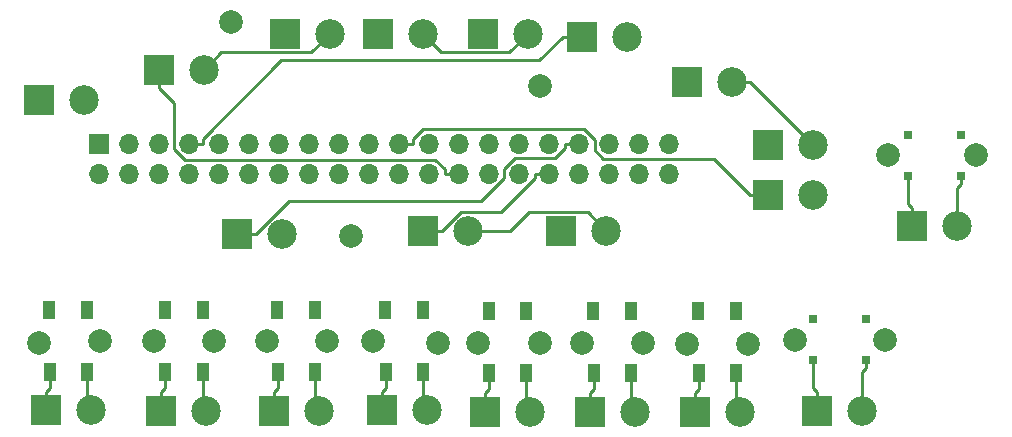
<source format=gbr>
G04 #@! TF.GenerationSoftware,KiCad,Pcbnew,5.1.2*
G04 #@! TF.CreationDate,2019-05-27T23:22:56-07:00*
G04 #@! TF.ProjectId,gloveProtoFinal,676c6f76-6550-4726-9f74-6f46696e616c,rev?*
G04 #@! TF.SameCoordinates,Original*
G04 #@! TF.FileFunction,Copper,L1,Top*
G04 #@! TF.FilePolarity,Positive*
%FSLAX46Y46*%
G04 Gerber Fmt 4.6, Leading zero omitted, Abs format (unit mm)*
G04 Created by KiCad (PCBNEW 5.1.2) date 2019-05-27 23:22:56*
%MOMM*%
%LPD*%
G04 APERTURE LIST*
%ADD10C,2.000000*%
%ADD11R,1.000000X1.550000*%
%ADD12R,0.700000X0.700000*%
%ADD13C,2.499360*%
%ADD14R,2.499360X2.499360*%
%ADD15O,1.700000X1.700000*%
%ADD16R,1.700000X1.700000*%
%ADD17C,0.250000*%
G04 APERTURE END LIST*
D10*
X61849000Y-62865000D03*
X35687000Y-57404000D03*
X45847000Y-75565000D03*
X19431000Y-84582000D03*
X24638000Y-84455000D03*
X29210000Y-84455000D03*
X34290000Y-84455000D03*
X38735000Y-84455000D03*
X43815000Y-84455000D03*
X47752000Y-84455000D03*
X53213000Y-84582000D03*
X56642000Y-84582000D03*
X61849000Y-84582000D03*
X65405000Y-84582000D03*
X70612000Y-84582000D03*
X74295000Y-84709000D03*
X79502000Y-84709000D03*
X83439000Y-84328000D03*
X91059000Y-84328000D03*
X91313000Y-68707000D03*
X98806000Y-68707000D03*
D11*
X39635400Y-81827000D03*
X42837400Y-81827000D03*
X39698900Y-87074500D03*
X42837400Y-87074500D03*
X75255200Y-81921600D03*
X78457200Y-81921600D03*
X75318700Y-87169100D03*
X78457200Y-87169100D03*
X66364400Y-81903200D03*
X69566400Y-81903200D03*
X66427900Y-87150700D03*
X69566400Y-87150700D03*
X57531000Y-81903200D03*
X60733000Y-81903200D03*
X57594500Y-87150700D03*
X60733000Y-87150700D03*
X48779200Y-81791200D03*
X51981200Y-81791200D03*
X48842700Y-87038700D03*
X51981200Y-87038700D03*
X20345400Y-81795100D03*
X23547400Y-81795100D03*
X20408900Y-87042600D03*
X23547400Y-87042600D03*
X30114200Y-81827000D03*
X33316200Y-81827000D03*
X30177700Y-87074500D03*
X33316200Y-87074500D03*
D12*
X93059200Y-66971600D03*
X97509200Y-66971600D03*
X97509200Y-70471600D03*
X93059200Y-70471600D03*
X85003600Y-86072400D03*
X89453600Y-86072400D03*
X89453600Y-82572400D03*
X85003600Y-82572400D03*
D13*
X97184200Y-74721600D03*
D14*
X93374200Y-74721600D03*
X85318600Y-90322400D03*
D13*
X89128600Y-90322400D03*
D14*
X74970800Y-90423500D03*
D13*
X78780800Y-90423500D03*
D14*
X66080000Y-90405100D03*
D13*
X69890000Y-90405100D03*
X44094400Y-58394600D03*
D14*
X40284400Y-58394600D03*
D13*
X23266400Y-63982600D03*
D14*
X19456400Y-63982600D03*
X57246600Y-90405100D03*
D13*
X61056600Y-90405100D03*
D14*
X48494800Y-90293100D03*
D13*
X52304800Y-90293100D03*
D14*
X39351000Y-90328900D03*
D13*
X43161000Y-90328900D03*
D14*
X20061000Y-90297000D03*
D13*
X23871000Y-90297000D03*
D14*
X29829800Y-90328900D03*
D13*
X33639800Y-90328900D03*
X40081200Y-75336400D03*
D14*
X36271200Y-75336400D03*
D13*
X55829200Y-75082400D03*
D14*
X52019200Y-75082400D03*
D13*
X67513200Y-75082400D03*
D14*
X63703200Y-75082400D03*
D13*
X51968400Y-58394600D03*
D14*
X48158400Y-58394600D03*
D13*
X85039200Y-72034400D03*
D14*
X81229200Y-72034400D03*
D13*
X60858400Y-58394600D03*
D14*
X57048400Y-58394600D03*
D13*
X33426400Y-61442600D03*
D14*
X29616400Y-61442600D03*
D13*
X85039200Y-67843400D03*
D14*
X81229200Y-67843400D03*
D13*
X78130400Y-62458600D03*
D14*
X74320400Y-62458600D03*
D13*
X69240400Y-58648600D03*
D14*
X65430400Y-58648600D03*
D15*
X72783700Y-70256400D03*
X72783700Y-67716400D03*
X70243700Y-70256400D03*
X70243700Y-67716400D03*
X67703700Y-70256400D03*
X67703700Y-67716400D03*
X65163700Y-70256400D03*
X65163700Y-67716400D03*
X62623700Y-70256400D03*
X62623700Y-67716400D03*
X60083700Y-70256400D03*
X60083700Y-67716400D03*
X57543700Y-70256400D03*
X57543700Y-67716400D03*
X55003700Y-70256400D03*
X55003700Y-67716400D03*
X52463700Y-70256400D03*
X52463700Y-67716400D03*
X49923700Y-70256400D03*
X49923700Y-67716400D03*
X47383700Y-70256400D03*
X47383700Y-67716400D03*
X44843700Y-70256400D03*
X44843700Y-67716400D03*
X42303700Y-70256400D03*
X42303700Y-67716400D03*
X39763700Y-70256400D03*
X39763700Y-67716400D03*
X37223700Y-70256400D03*
X37223700Y-67716400D03*
X34683700Y-70256400D03*
X34683700Y-67716400D03*
X32143700Y-70256400D03*
X32143700Y-67716400D03*
X29603700Y-70256400D03*
X29603700Y-67716400D03*
X27063700Y-70256400D03*
X27063700Y-67716400D03*
X24523700Y-70256400D03*
D16*
X24523700Y-67716400D03*
D17*
X65163700Y-67716400D02*
X63988400Y-67716400D01*
X63988400Y-67716400D02*
X63988400Y-68083800D01*
X63988400Y-68083800D02*
X63180500Y-68891700D01*
X63180500Y-68891700D02*
X59783700Y-68891700D01*
X59783700Y-68891700D02*
X58813700Y-69861700D01*
X58813700Y-69861700D02*
X58813700Y-70665300D01*
X58813700Y-70665300D02*
X56915400Y-72563600D01*
X56915400Y-72563600D02*
X40618900Y-72563600D01*
X40618900Y-72563600D02*
X40618900Y-72563700D01*
X40618900Y-72563700D02*
X37846200Y-75336400D01*
X36271200Y-75336400D02*
X37846200Y-75336400D01*
X52019200Y-75082400D02*
X53594200Y-75082400D01*
X62623700Y-70256400D02*
X61448400Y-70256400D01*
X61448400Y-70256400D02*
X61448400Y-70623700D01*
X61448400Y-70623700D02*
X58564700Y-73507400D01*
X58564700Y-73507400D02*
X55169200Y-73507400D01*
X55169200Y-73507400D02*
X53594200Y-75082400D01*
X29616400Y-61442600D02*
X29616400Y-63017600D01*
X55003700Y-70256400D02*
X53828400Y-70256400D01*
X53828400Y-70256400D02*
X53828400Y-69889000D01*
X53828400Y-69889000D02*
X53020500Y-69081100D01*
X53020500Y-69081100D02*
X31807400Y-69081100D01*
X31807400Y-69081100D02*
X30873700Y-68147400D01*
X30873700Y-68147400D02*
X30873700Y-64274900D01*
X30873700Y-64274900D02*
X29616400Y-63017600D01*
X81229200Y-72034400D02*
X79654200Y-72034400D01*
X49923700Y-67716400D02*
X51099000Y-67716400D01*
X51099000Y-67716400D02*
X51099000Y-67349100D01*
X51099000Y-67349100D02*
X51941000Y-66507100D01*
X51941000Y-66507100D02*
X65629900Y-66507100D01*
X65629900Y-66507100D02*
X66528300Y-67405500D01*
X66528300Y-67405500D02*
X66528300Y-68294800D01*
X66528300Y-68294800D02*
X67219900Y-68986400D01*
X67219900Y-68986400D02*
X76606200Y-68986400D01*
X76606200Y-68986400D02*
X79654200Y-72034400D01*
X33319000Y-67716400D02*
X33319000Y-67349100D01*
X33319000Y-67349100D02*
X39994200Y-60673900D01*
X39994200Y-60673900D02*
X61830100Y-60673900D01*
X61830100Y-60673900D02*
X63855400Y-58648600D01*
X65430400Y-58648600D02*
X63855400Y-58648600D01*
X32143700Y-67716400D02*
X33319000Y-67716400D01*
X78130400Y-62458600D02*
X79654400Y-62458600D01*
X79654400Y-62458600D02*
X85039200Y-67843400D01*
X51968400Y-58394600D02*
X53543500Y-59969700D01*
X53543500Y-59969700D02*
X59283300Y-59969700D01*
X59283300Y-59969700D02*
X60858400Y-58394600D01*
X44094400Y-58394600D02*
X42490500Y-59998500D01*
X42490500Y-59998500D02*
X34870500Y-59998500D01*
X34870500Y-59998500D02*
X33426400Y-61442600D01*
X67513200Y-75082400D02*
X65938100Y-73507300D01*
X65938100Y-73507300D02*
X60956300Y-73507300D01*
X60956300Y-73507300D02*
X59381200Y-75082400D01*
X59381200Y-75082400D02*
X55829200Y-75082400D01*
X33639800Y-90328900D02*
X33316200Y-90005300D01*
X33316200Y-90005300D02*
X33316200Y-87074500D01*
X29829800Y-90328900D02*
X29829800Y-88753900D01*
X29829800Y-88753900D02*
X30177700Y-88406000D01*
X30177700Y-88406000D02*
X30177700Y-87074500D01*
X23871000Y-90297000D02*
X23547400Y-89973400D01*
X23547400Y-89973400D02*
X23547400Y-87042600D01*
X20061000Y-90297000D02*
X20061000Y-88722000D01*
X20061000Y-88722000D02*
X20408900Y-88374100D01*
X20408900Y-88374100D02*
X20408900Y-87042600D01*
X43161000Y-90328900D02*
X42837400Y-90005300D01*
X42837400Y-90005300D02*
X42837400Y-87074500D01*
X39351000Y-90328900D02*
X39351000Y-88753900D01*
X39351000Y-88753900D02*
X39698900Y-88406000D01*
X39698900Y-88406000D02*
X39698900Y-87074500D01*
X52304800Y-90293100D02*
X51981200Y-89969500D01*
X51981200Y-89969500D02*
X51981200Y-87038700D01*
X48494800Y-90293100D02*
X48494800Y-88718100D01*
X48494800Y-88718100D02*
X48842700Y-88370200D01*
X48842700Y-88370200D02*
X48842700Y-87038700D01*
X61056600Y-90405100D02*
X60733000Y-90081500D01*
X60733000Y-90081500D02*
X60733000Y-87150700D01*
X57246600Y-90405100D02*
X57246600Y-88830100D01*
X57246600Y-88830100D02*
X57594500Y-88482200D01*
X57594500Y-88482200D02*
X57594500Y-87150700D01*
X69890000Y-90405100D02*
X69566400Y-90081500D01*
X69566400Y-90081500D02*
X69566400Y-87150700D01*
X66080000Y-90405100D02*
X66080000Y-88830100D01*
X66080000Y-88830100D02*
X66427900Y-88482200D01*
X66427900Y-88482200D02*
X66427900Y-87150700D01*
X97509200Y-70471600D02*
X97509200Y-71146900D01*
X97184200Y-74721600D02*
X97184200Y-71471900D01*
X97184200Y-71471900D02*
X97509200Y-71146900D01*
X93374200Y-74721600D02*
X93374200Y-73146600D01*
X93374200Y-73146600D02*
X93059200Y-72831600D01*
X93059200Y-72831600D02*
X93059200Y-70471600D01*
X78780800Y-90423500D02*
X78457200Y-90099900D01*
X78457200Y-90099900D02*
X78457200Y-87169100D01*
X74970800Y-90423500D02*
X74970800Y-88848500D01*
X74970800Y-88848500D02*
X75318700Y-88500600D01*
X75318700Y-88500600D02*
X75318700Y-87169100D01*
X89453600Y-86072400D02*
X89453600Y-86747700D01*
X89128600Y-90322400D02*
X89128600Y-87072700D01*
X89128600Y-87072700D02*
X89453600Y-86747700D01*
X85318600Y-90322400D02*
X85318600Y-88747400D01*
X85318600Y-88747400D02*
X85003600Y-88432400D01*
X85003600Y-88432400D02*
X85003600Y-86072400D01*
M02*

</source>
